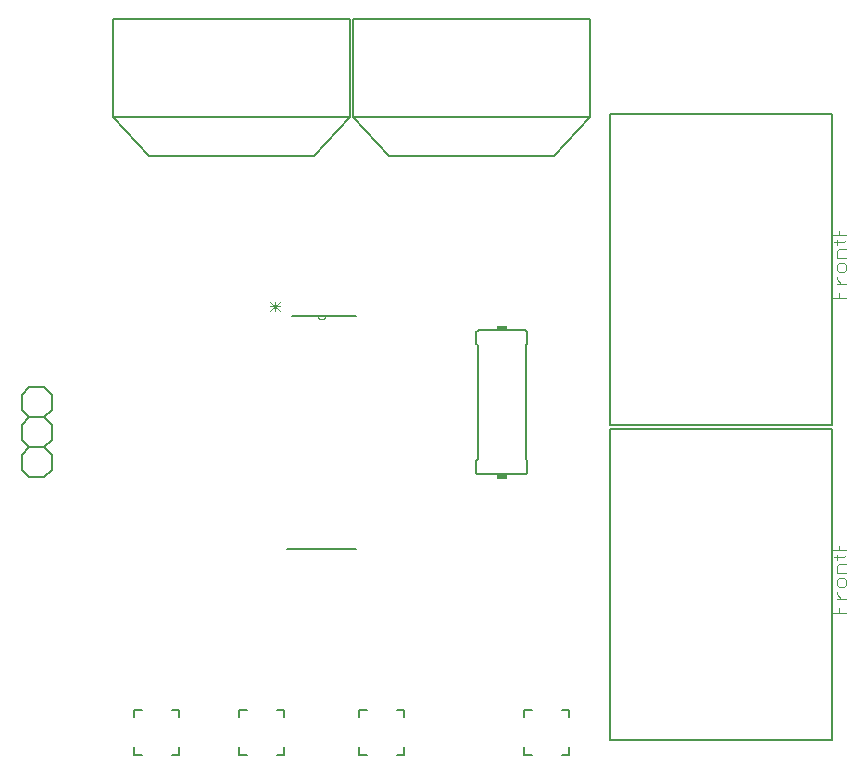
<source format=gto>
G75*
%MOIN*%
%OFA0B0*%
%FSLAX25Y25*%
%IPPOS*%
%LPD*%
%AMOC8*
5,1,8,0,0,1.08239X$1,22.5*
%
%ADD10C,0.00500*%
%ADD11C,0.00600*%
%ADD12R,0.03200X0.01600*%
%ADD13C,0.00400*%
%ADD14C,0.00000*%
%ADD15C,0.00300*%
D10*
X0207200Y0033550D02*
X0281200Y0033550D01*
X0281200Y0137050D01*
X0207200Y0137050D01*
X0207200Y0033550D01*
X0207200Y0138550D02*
X0281200Y0138550D01*
X0281200Y0242050D01*
X0207200Y0242050D01*
X0207200Y0138550D01*
X0188559Y0228165D02*
X0133441Y0228165D01*
X0121630Y0241157D01*
X0200370Y0241157D01*
X0200370Y0273835D01*
X0121630Y0273835D01*
X0121630Y0241157D01*
X0120370Y0241157D02*
X0041630Y0241157D01*
X0053441Y0228165D01*
X0108559Y0228165D01*
X0120370Y0241157D01*
X0120370Y0273835D01*
X0041630Y0273835D01*
X0041630Y0241157D01*
X0188559Y0228165D02*
X0200370Y0241157D01*
D11*
X0048500Y0031000D02*
X0048500Y0028500D01*
X0051000Y0028500D01*
X0061000Y0028500D02*
X0063500Y0028500D01*
X0063500Y0031000D01*
X0063500Y0041000D02*
X0063500Y0043500D01*
X0061000Y0043500D01*
X0051000Y0043500D02*
X0048500Y0043500D01*
X0048500Y0041000D01*
X0083500Y0041000D02*
X0083500Y0043500D01*
X0086000Y0043500D01*
X0096000Y0043500D02*
X0098500Y0043500D01*
X0098500Y0041000D01*
X0098500Y0031000D02*
X0098500Y0028500D01*
X0096000Y0028500D01*
X0086000Y0028500D02*
X0083500Y0028500D01*
X0083500Y0031000D01*
X0123500Y0031000D02*
X0123500Y0028500D01*
X0126000Y0028500D01*
X0136000Y0028500D02*
X0138500Y0028500D01*
X0138500Y0031000D01*
X0138500Y0041000D02*
X0138500Y0043500D01*
X0136000Y0043500D01*
X0126000Y0043500D02*
X0123500Y0043500D01*
X0123500Y0041000D01*
X0178500Y0041000D02*
X0178500Y0043500D01*
X0181000Y0043500D01*
X0191000Y0043500D02*
X0193500Y0043500D01*
X0193500Y0041000D01*
X0193500Y0031000D02*
X0193500Y0028500D01*
X0191000Y0028500D01*
X0181000Y0028500D02*
X0178500Y0028500D01*
X0178500Y0031000D01*
X0122500Y0097200D02*
X0099500Y0097200D01*
X0162500Y0123000D02*
X0162500Y0126500D01*
X0163000Y0127000D01*
X0163000Y0165000D01*
X0162500Y0165500D01*
X0162500Y0169000D01*
X0162502Y0169060D01*
X0162507Y0169121D01*
X0162516Y0169180D01*
X0162529Y0169239D01*
X0162545Y0169298D01*
X0162565Y0169355D01*
X0162588Y0169410D01*
X0162615Y0169465D01*
X0162644Y0169517D01*
X0162677Y0169568D01*
X0162713Y0169617D01*
X0162751Y0169663D01*
X0162793Y0169707D01*
X0162837Y0169749D01*
X0162883Y0169787D01*
X0162932Y0169823D01*
X0162983Y0169856D01*
X0163035Y0169885D01*
X0163090Y0169912D01*
X0163145Y0169935D01*
X0163202Y0169955D01*
X0163261Y0169971D01*
X0163320Y0169984D01*
X0163379Y0169993D01*
X0163440Y0169998D01*
X0163500Y0170000D01*
X0178500Y0170000D01*
X0178560Y0169998D01*
X0178621Y0169993D01*
X0178680Y0169984D01*
X0178739Y0169971D01*
X0178798Y0169955D01*
X0178855Y0169935D01*
X0178910Y0169912D01*
X0178965Y0169885D01*
X0179017Y0169856D01*
X0179068Y0169823D01*
X0179117Y0169787D01*
X0179163Y0169749D01*
X0179207Y0169707D01*
X0179249Y0169663D01*
X0179287Y0169617D01*
X0179323Y0169568D01*
X0179356Y0169517D01*
X0179385Y0169465D01*
X0179412Y0169410D01*
X0179435Y0169355D01*
X0179455Y0169298D01*
X0179471Y0169239D01*
X0179484Y0169180D01*
X0179493Y0169121D01*
X0179498Y0169060D01*
X0179500Y0169000D01*
X0179500Y0165500D01*
X0179000Y0165000D01*
X0179000Y0127000D01*
X0179500Y0126500D01*
X0179500Y0123000D01*
X0179498Y0122940D01*
X0179493Y0122879D01*
X0179484Y0122820D01*
X0179471Y0122761D01*
X0179455Y0122702D01*
X0179435Y0122645D01*
X0179412Y0122590D01*
X0179385Y0122535D01*
X0179356Y0122483D01*
X0179323Y0122432D01*
X0179287Y0122383D01*
X0179249Y0122337D01*
X0179207Y0122293D01*
X0179163Y0122251D01*
X0179117Y0122213D01*
X0179068Y0122177D01*
X0179017Y0122144D01*
X0178965Y0122115D01*
X0178910Y0122088D01*
X0178855Y0122065D01*
X0178798Y0122045D01*
X0178739Y0122029D01*
X0178680Y0122016D01*
X0178621Y0122007D01*
X0178560Y0122002D01*
X0178500Y0122000D01*
X0163500Y0122000D01*
X0163440Y0122002D01*
X0163379Y0122007D01*
X0163320Y0122016D01*
X0163261Y0122029D01*
X0163202Y0122045D01*
X0163145Y0122065D01*
X0163090Y0122088D01*
X0163035Y0122115D01*
X0162983Y0122144D01*
X0162932Y0122177D01*
X0162883Y0122213D01*
X0162837Y0122251D01*
X0162793Y0122293D01*
X0162751Y0122337D01*
X0162713Y0122383D01*
X0162677Y0122432D01*
X0162644Y0122483D01*
X0162615Y0122535D01*
X0162588Y0122590D01*
X0162565Y0122645D01*
X0162545Y0122702D01*
X0162529Y0122761D01*
X0162516Y0122820D01*
X0162507Y0122879D01*
X0162502Y0122940D01*
X0162500Y0123000D01*
X0122500Y0174800D02*
X0112200Y0174800D01*
X0109800Y0174800D01*
X0101200Y0174800D01*
X0021000Y0148500D02*
X0021000Y0143500D01*
X0018500Y0141000D01*
X0021000Y0138500D01*
X0021000Y0133500D01*
X0018500Y0131000D01*
X0021000Y0128500D01*
X0021000Y0123500D01*
X0018500Y0121000D01*
X0013500Y0121000D01*
X0011000Y0123500D01*
X0011000Y0128500D01*
X0013500Y0131000D01*
X0011000Y0133500D01*
X0011000Y0138500D01*
X0013500Y0141000D01*
X0011000Y0143500D01*
X0011000Y0148500D01*
X0013500Y0151000D01*
X0018500Y0151000D01*
X0021000Y0148500D01*
X0018500Y0141000D02*
X0013500Y0141000D01*
X0013500Y0131000D02*
X0018500Y0131000D01*
D12*
X0171000Y0121200D03*
X0171000Y0170800D03*
D13*
X0281196Y0180878D02*
X0281196Y0183948D01*
X0282731Y0185482D02*
X0285800Y0185482D01*
X0284265Y0185482D02*
X0282731Y0187017D01*
X0282731Y0187784D01*
X0283498Y0189319D02*
X0285033Y0189319D01*
X0285800Y0190086D01*
X0285800Y0191621D01*
X0285033Y0192388D01*
X0283498Y0192388D01*
X0282731Y0191621D01*
X0282731Y0190086D01*
X0283498Y0189319D01*
X0282731Y0193923D02*
X0282731Y0196225D01*
X0283498Y0196992D01*
X0285800Y0196992D01*
X0285033Y0199294D02*
X0281963Y0199294D01*
X0282731Y0198527D02*
X0282731Y0200061D01*
X0283498Y0201596D02*
X0283498Y0203131D01*
X0281196Y0201596D02*
X0281196Y0204665D01*
X0281196Y0201596D02*
X0285800Y0201596D01*
X0285800Y0200061D02*
X0285033Y0199294D01*
X0285800Y0193923D02*
X0282731Y0193923D01*
X0283498Y0182413D02*
X0283498Y0180878D01*
X0285800Y0180878D02*
X0281196Y0180878D01*
X0281196Y0099665D02*
X0281196Y0096596D01*
X0285800Y0096596D01*
X0285800Y0095061D02*
X0285033Y0094294D01*
X0281963Y0094294D01*
X0282731Y0093527D02*
X0282731Y0095061D01*
X0283498Y0096596D02*
X0283498Y0098131D01*
X0283498Y0091992D02*
X0285800Y0091992D01*
X0283498Y0091992D02*
X0282731Y0091225D01*
X0282731Y0088923D01*
X0285800Y0088923D01*
X0285033Y0087388D02*
X0283498Y0087388D01*
X0282731Y0086621D01*
X0282731Y0085086D01*
X0283498Y0084319D01*
X0285033Y0084319D01*
X0285800Y0085086D01*
X0285800Y0086621D01*
X0285033Y0087388D01*
X0282731Y0082784D02*
X0282731Y0082017D01*
X0284265Y0080482D01*
X0282731Y0080482D02*
X0285800Y0080482D01*
X0283498Y0077413D02*
X0283498Y0075878D01*
X0281196Y0075878D02*
X0281196Y0078948D01*
X0281196Y0075878D02*
X0285800Y0075878D01*
D14*
X0112200Y0174800D02*
X0112198Y0174731D01*
X0112192Y0174663D01*
X0112182Y0174595D01*
X0112169Y0174528D01*
X0112151Y0174462D01*
X0112130Y0174397D01*
X0112105Y0174333D01*
X0112077Y0174271D01*
X0112045Y0174210D01*
X0112010Y0174151D01*
X0111971Y0174095D01*
X0111929Y0174040D01*
X0111884Y0173989D01*
X0111836Y0173939D01*
X0111786Y0173893D01*
X0111733Y0173850D01*
X0111677Y0173809D01*
X0111620Y0173772D01*
X0111560Y0173739D01*
X0111498Y0173708D01*
X0111435Y0173682D01*
X0111371Y0173659D01*
X0111305Y0173639D01*
X0111238Y0173624D01*
X0111171Y0173612D01*
X0111103Y0173604D01*
X0111034Y0173600D01*
X0110966Y0173600D01*
X0110897Y0173604D01*
X0110829Y0173612D01*
X0110762Y0173624D01*
X0110695Y0173639D01*
X0110629Y0173659D01*
X0110565Y0173682D01*
X0110502Y0173708D01*
X0110440Y0173739D01*
X0110380Y0173772D01*
X0110323Y0173809D01*
X0110267Y0173850D01*
X0110214Y0173893D01*
X0110164Y0173939D01*
X0110116Y0173989D01*
X0110071Y0174040D01*
X0110029Y0174095D01*
X0109990Y0174151D01*
X0109955Y0174210D01*
X0109923Y0174271D01*
X0109895Y0174333D01*
X0109870Y0174397D01*
X0109849Y0174462D01*
X0109831Y0174528D01*
X0109818Y0174595D01*
X0109808Y0174663D01*
X0109802Y0174731D01*
X0109800Y0174800D01*
D15*
X0096986Y0176334D02*
X0093850Y0179470D01*
X0093850Y0177902D02*
X0096986Y0177902D01*
X0096986Y0179470D02*
X0093850Y0176334D01*
X0095418Y0176334D02*
X0095418Y0179470D01*
M02*

</source>
